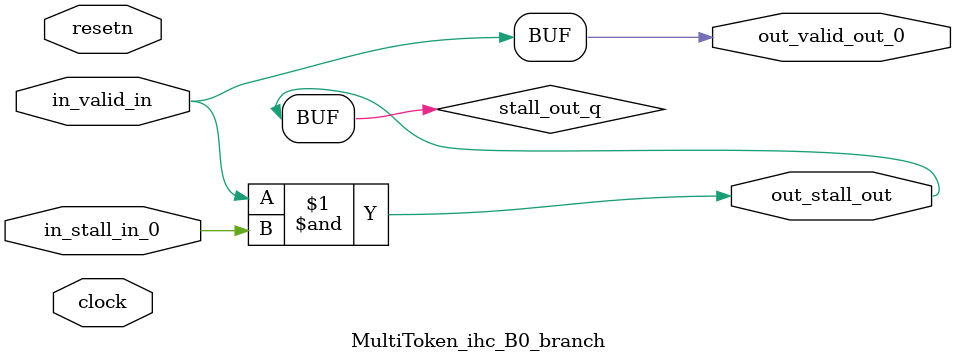
<source format=sv>



(* altera_attribute = "-name AUTO_SHIFT_REGISTER_RECOGNITION OFF; -name MESSAGE_DISABLE 10036; -name MESSAGE_DISABLE 10037; -name MESSAGE_DISABLE 14130; -name MESSAGE_DISABLE 14320; -name MESSAGE_DISABLE 15400; -name MESSAGE_DISABLE 14130; -name MESSAGE_DISABLE 10036; -name MESSAGE_DISABLE 12020; -name MESSAGE_DISABLE 12030; -name MESSAGE_DISABLE 12010; -name MESSAGE_DISABLE 12110; -name MESSAGE_DISABLE 14320; -name MESSAGE_DISABLE 13410; -name MESSAGE_DISABLE 113007; -name MESSAGE_DISABLE 10958" *)
module MultiToken_ihc_B0_branch (
    input wire [0:0] in_stall_in_0,
    input wire [0:0] in_valid_in,
    output wire [0:0] out_stall_out,
    output wire [0:0] out_valid_out_0,
    input wire clock,
    input wire resetn
    );

    wire [0:0] stall_out_q;


    // stall_out(LOGICAL,6)
    assign stall_out_q = in_valid_in & in_stall_in_0;

    // out_stall_out(GPOUT,4)
    assign out_stall_out = stall_out_q;

    // out_valid_out_0(GPOUT,5)
    assign out_valid_out_0 = in_valid_in;

endmodule

</source>
